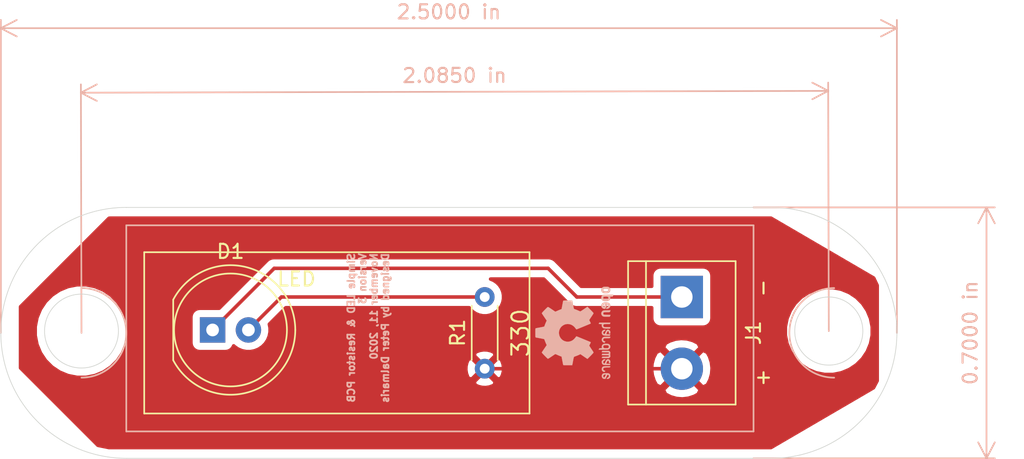
<source format=kicad_pcb>
(kicad_pcb (version 20171130) (host pcbnew "(5.1.7)-1")

  (general
    (thickness 1.6)
    (drawings 24)
    (tracks 7)
    (zones 0)
    (modules 4)
    (nets 4)
  )

  (page A4)
  (title_block
    (title "A very simple PCB")
    (date 2020-11-10)
    (rev 3)
    (company "Tech Explorations")
    (comment 1 "Design by Peter Dalmaris")
  )

  (layers
    (0 F.Cu signal)
    (31 B.Cu signal)
    (32 B.Adhes user)
    (33 F.Adhes user)
    (34 B.Paste user)
    (35 F.Paste user)
    (36 B.SilkS user)
    (37 F.SilkS user)
    (38 B.Mask user)
    (39 F.Mask user)
    (40 Dwgs.User user)
    (41 Cmts.User user)
    (42 Eco1.User user)
    (43 Eco2.User user)
    (44 Edge.Cuts user)
    (45 Margin user)
    (46 B.CrtYd user)
    (47 F.CrtYd user)
    (48 B.Fab user)
    (49 F.Fab user)
  )

  (setup
    (last_trace_width 0.25)
    (trace_clearance 0.2)
    (zone_clearance 0.508)
    (zone_45_only no)
    (trace_min 0.2)
    (via_size 0.8)
    (via_drill 0.4)
    (via_min_size 0.4)
    (via_min_drill 0.3)
    (uvia_size 0.3)
    (uvia_drill 0.1)
    (uvias_allowed no)
    (uvia_min_size 0.2)
    (uvia_min_drill 0.1)
    (edge_width 0.05)
    (segment_width 0.2)
    (pcb_text_width 0.3)
    (pcb_text_size 1.5 1.5)
    (mod_edge_width 0.12)
    (mod_text_size 1 1)
    (mod_text_width 0.15)
    (pad_size 2.5 2.5)
    (pad_drill 2.5)
    (pad_to_mask_clearance 0)
    (aux_axis_origin 0 0)
    (visible_elements 7FFFF7FF)
    (pcbplotparams
      (layerselection 0x010fc_ffffffff)
      (usegerberextensions false)
      (usegerberattributes true)
      (usegerberadvancedattributes true)
      (creategerberjobfile true)
      (excludeedgelayer true)
      (linewidth 0.100000)
      (plotframeref false)
      (viasonmask false)
      (mode 1)
      (useauxorigin false)
      (hpglpennumber 1)
      (hpglpenspeed 20)
      (hpglpendiameter 15.000000)
      (psnegative false)
      (psa4output false)
      (plotreference true)
      (plotvalue true)
      (plotinvisibletext false)
      (padsonsilk false)
      (subtractmaskfromsilk false)
      (outputformat 1)
      (mirror false)
      (drillshape 0)
      (scaleselection 1)
      (outputdirectory ""))
  )

  (net 0 "")
  (net 1 "Net-(D1-Pad2)")
  (net 2 GND)
  (net 3 +5V)

  (net_class Default "This is the default net class."
    (clearance 0.2)
    (trace_width 0.25)
    (via_dia 0.8)
    (via_drill 0.4)
    (uvia_dia 0.3)
    (uvia_drill 0.1)
    (add_net +5V)
    (add_net GND)
    (add_net "Net-(D1-Pad2)")
  )

  (module LED_THT:LED_D8.0mm (layer F.Cu) (tedit 587A3A7B) (tstamp 5FAAAE5F)
    (at 138.195001 95.045001)
    (descr "LED, diameter 8.0mm, 2 pins, http://cdn-reichelt.de/documents/datenblatt/A500/LED8MMGE_LED8MMGN_LED8MMRT%23KIN.pdf")
    (tags "LED diameter 8.0mm 2 pins")
    (path /5FA5DF59)
    (fp_text reference D1 (at 1.27 -5.56) (layer F.SilkS)
      (effects (font (size 1 1) (thickness 0.15)))
    )
    (fp_text value LED (at 1.27 5.56) (layer F.Fab)
      (effects (font (size 1 1) (thickness 0.15)))
    )
    (fp_arc (start 1.27 0) (end -2.79 2.141145) (angle -152.2) (layer F.SilkS) (width 0.12))
    (fp_arc (start 1.27 0) (end -2.79 -2.141145) (angle 152.2) (layer F.SilkS) (width 0.12))
    (fp_arc (start 1.27 0) (end -2.73 -2.061553) (angle 305.5) (layer F.Fab) (width 0.1))
    (fp_circle (center 1.27 0) (end 5.27 0) (layer F.Fab) (width 0.1))
    (fp_circle (center 1.27 0) (end 5.27 0) (layer F.SilkS) (width 0.12))
    (fp_line (start -2.73 -2.061553) (end -2.73 2.061553) (layer F.Fab) (width 0.1))
    (fp_line (start -2.79 -2.142) (end -2.79 2.142) (layer F.SilkS) (width 0.12))
    (fp_line (start -3.55 -4.85) (end -3.55 4.85) (layer F.CrtYd) (width 0.05))
    (fp_line (start -3.55 4.85) (end 6.1 4.85) (layer F.CrtYd) (width 0.05))
    (fp_line (start 6.1 4.85) (end 6.1 -4.85) (layer F.CrtYd) (width 0.05))
    (fp_line (start 6.1 -4.85) (end -3.55 -4.85) (layer F.CrtYd) (width 0.05))
    (pad 2 thru_hole circle (at 2.54 0) (size 1.8 1.8) (drill 0.9) (layers *.Cu *.Mask)
      (net 1 "Net-(D1-Pad2)"))
    (pad 1 thru_hole rect (at 0 0) (size 1.8 1.8) (drill 0.9) (layers *.Cu *.Mask)
      (net 2 GND))
    (model ${KISYS3DMOD}/LED_THT.3dshapes/LED_D8.0mm.wrl
      (at (xyz 0 0 0))
      (scale (xyz 1 1 1))
      (rotate (xyz 0 0 0))
    )
  )

  (module TerminalBlock:TerminalBlock_bornier-2_P5.08mm (layer F.Cu) (tedit 59FF03AB) (tstamp 5FAD91DB)
    (at 171.45 92.71 270)
    (descr "simple 2-pin terminal block, pitch 5.08mm, revamped version of bornier2")
    (tags "terminal block bornier2")
    (path /5FAD9418)
    (fp_text reference J1 (at 2.54 -5.08 90) (layer F.SilkS)
      (effects (font (size 1 1) (thickness 0.15)))
    )
    (fp_text value Conn_01x02_Male (at 2.54 5.08 90) (layer F.Fab)
      (effects (font (size 1 1) (thickness 0.15)))
    )
    (fp_text user %R (at 2.54 0 90) (layer F.Fab)
      (effects (font (size 1 1) (thickness 0.15)))
    )
    (fp_line (start -2.41 2.55) (end 7.49 2.55) (layer F.Fab) (width 0.1))
    (fp_line (start -2.46 -3.75) (end -2.46 3.75) (layer F.Fab) (width 0.1))
    (fp_line (start -2.46 3.75) (end 7.54 3.75) (layer F.Fab) (width 0.1))
    (fp_line (start 7.54 3.75) (end 7.54 -3.75) (layer F.Fab) (width 0.1))
    (fp_line (start 7.54 -3.75) (end -2.46 -3.75) (layer F.Fab) (width 0.1))
    (fp_line (start 7.62 2.54) (end -2.54 2.54) (layer F.SilkS) (width 0.12))
    (fp_line (start 7.62 3.81) (end 7.62 -3.81) (layer F.SilkS) (width 0.12))
    (fp_line (start 7.62 -3.81) (end -2.54 -3.81) (layer F.SilkS) (width 0.12))
    (fp_line (start -2.54 -3.81) (end -2.54 3.81) (layer F.SilkS) (width 0.12))
    (fp_line (start -2.54 3.81) (end 7.62 3.81) (layer F.SilkS) (width 0.12))
    (fp_line (start -2.71 -4) (end 7.79 -4) (layer F.CrtYd) (width 0.05))
    (fp_line (start -2.71 -4) (end -2.71 4) (layer F.CrtYd) (width 0.05))
    (fp_line (start 7.79 4) (end 7.79 -4) (layer F.CrtYd) (width 0.05))
    (fp_line (start 7.79 4) (end -2.71 4) (layer F.CrtYd) (width 0.05))
    (pad 2 thru_hole circle (at 5.08 0 270) (size 3 3) (drill 1.52) (layers *.Cu *.Mask)
      (net 3 +5V))
    (pad 1 thru_hole rect (at 0 0 270) (size 3 3) (drill 1.52) (layers *.Cu *.Mask)
      (net 2 GND))
    (model ${KISYS3DMOD}/TerminalBlock.3dshapes/TerminalBlock_bornier-2_P5.08mm.wrl
      (offset (xyz 2.539999961853027 0 0))
      (scale (xyz 1 1 1))
      (rotate (xyz 0 0 0))
    )
  )

  (module Symbol:OSHW-Logo2_7.3x6mm_SilkScreen (layer B.Cu) (tedit 0) (tstamp 5FAAC2D9)
    (at 163.83 95.25 270)
    (descr "Open Source Hardware Symbol")
    (tags "Logo Symbol OSHW")
    (attr virtual)
    (fp_text reference REF** (at 0 0 90) (layer F.SilkS) hide
      (effects (font (size 1 1) (thickness 0.15)))
    )
    (fp_text value OSHW-Logo2_7.3x6mm_SilkScreen (at 0.75 0 90) (layer F.SilkS) hide
      (effects (font (size 1 1) (thickness 0.15)))
    )
    (fp_poly (pts (xy 0.10391 2.757652) (xy 0.182454 2.757222) (xy 0.239298 2.756058) (xy 0.278105 2.753793)
      (xy 0.302538 2.75006) (xy 0.316262 2.744494) (xy 0.32294 2.736727) (xy 0.326236 2.726395)
      (xy 0.326556 2.725057) (xy 0.331562 2.700921) (xy 0.340829 2.653299) (xy 0.353392 2.587259)
      (xy 0.368287 2.507872) (xy 0.384551 2.420204) (xy 0.385119 2.417125) (xy 0.40141 2.331211)
      (xy 0.416652 2.255304) (xy 0.429861 2.193955) (xy 0.440054 2.151718) (xy 0.446248 2.133145)
      (xy 0.446543 2.132816) (xy 0.464788 2.123747) (xy 0.502405 2.108633) (xy 0.551271 2.090738)
      (xy 0.551543 2.090642) (xy 0.613093 2.067507) (xy 0.685657 2.038035) (xy 0.754057 2.008403)
      (xy 0.757294 2.006938) (xy 0.868702 1.956374) (xy 1.115399 2.12484) (xy 1.191077 2.176197)
      (xy 1.259631 2.222111) (xy 1.317088 2.25997) (xy 1.359476 2.287163) (xy 1.382825 2.301079)
      (xy 1.385042 2.302111) (xy 1.40201 2.297516) (xy 1.433701 2.275345) (xy 1.481352 2.234553)
      (xy 1.546198 2.174095) (xy 1.612397 2.109773) (xy 1.676214 2.046388) (xy 1.733329 1.988549)
      (xy 1.780305 1.939825) (xy 1.813703 1.90379) (xy 1.830085 1.884016) (xy 1.830694 1.882998)
      (xy 1.832505 1.869428) (xy 1.825683 1.847267) (xy 1.80854 1.813522) (xy 1.779393 1.7652)
      (xy 1.736555 1.699308) (xy 1.679448 1.614483) (xy 1.628766 1.539823) (xy 1.583461 1.47286)
      (xy 1.54615 1.417484) (xy 1.519452 1.37758) (xy 1.505985 1.357038) (xy 1.505137 1.355644)
      (xy 1.506781 1.335962) (xy 1.519245 1.297707) (xy 1.540048 1.248111) (xy 1.547462 1.232272)
      (xy 1.579814 1.16171) (xy 1.614328 1.081647) (xy 1.642365 1.012371) (xy 1.662568 0.960955)
      (xy 1.678615 0.921881) (xy 1.687888 0.901459) (xy 1.689041 0.899886) (xy 1.706096 0.897279)
      (xy 1.746298 0.890137) (xy 1.804302 0.879477) (xy 1.874763 0.866315) (xy 1.952335 0.851667)
      (xy 2.031672 0.836551) (xy 2.107431 0.821982) (xy 2.174264 0.808978) (xy 2.226828 0.798555)
      (xy 2.259776 0.79173) (xy 2.267857 0.789801) (xy 2.276205 0.785038) (xy 2.282506 0.774282)
      (xy 2.287045 0.753902) (xy 2.290104 0.720266) (xy 2.291967 0.669745) (xy 2.292918 0.598708)
      (xy 2.29324 0.503524) (xy 2.293257 0.464508) (xy 2.293257 0.147201) (xy 2.217057 0.132161)
      (xy 2.174663 0.124005) (xy 2.1114 0.112101) (xy 2.034962 0.097884) (xy 1.953043 0.08279)
      (xy 1.9304 0.078645) (xy 1.854806 0.063947) (xy 1.788953 0.049495) (xy 1.738366 0.036625)
      (xy 1.708574 0.026678) (xy 1.703612 0.023713) (xy 1.691426 0.002717) (xy 1.673953 -0.037967)
      (xy 1.654577 -0.090322) (xy 1.650734 -0.1016) (xy 1.625339 -0.171523) (xy 1.593817 -0.250418)
      (xy 1.562969 -0.321266) (xy 1.562817 -0.321595) (xy 1.511447 -0.432733) (xy 1.680399 -0.681253)
      (xy 1.849352 -0.929772) (xy 1.632429 -1.147058) (xy 1.566819 -1.211726) (xy 1.506979 -1.268733)
      (xy 1.456267 -1.315033) (xy 1.418046 -1.347584) (xy 1.395675 -1.363343) (xy 1.392466 -1.364343)
      (xy 1.373626 -1.356469) (xy 1.33518 -1.334578) (xy 1.28133 -1.301267) (xy 1.216276 -1.259131)
      (xy 1.14594 -1.211943) (xy 1.074555 -1.16381) (xy 1.010908 -1.121928) (xy 0.959041 -1.088871)
      (xy 0.922995 -1.067218) (xy 0.906867 -1.059543) (xy 0.887189 -1.066037) (xy 0.849875 -1.08315)
      (xy 0.802621 -1.107326) (xy 0.797612 -1.110013) (xy 0.733977 -1.141927) (xy 0.690341 -1.157579)
      (xy 0.663202 -1.157745) (xy 0.649057 -1.143204) (xy 0.648975 -1.143) (xy 0.641905 -1.125779)
      (xy 0.625042 -1.084899) (xy 0.599695 -1.023525) (xy 0.567171 -0.944819) (xy 0.528778 -0.851947)
      (xy 0.485822 -0.748072) (xy 0.444222 -0.647502) (xy 0.398504 -0.536516) (xy 0.356526 -0.433703)
      (xy 0.319548 -0.342215) (xy 0.288827 -0.265201) (xy 0.265622 -0.205815) (xy 0.25119 -0.167209)
      (xy 0.246743 -0.1528) (xy 0.257896 -0.136272) (xy 0.287069 -0.10993) (xy 0.325971 -0.080887)
      (xy 0.436757 0.010961) (xy 0.523351 0.116241) (xy 0.584716 0.232734) (xy 0.619815 0.358224)
      (xy 0.627608 0.490493) (xy 0.621943 0.551543) (xy 0.591078 0.678205) (xy 0.53792 0.790059)
      (xy 0.465767 0.885999) (xy 0.377917 0.964924) (xy 0.277665 1.02573) (xy 0.16831 1.067313)
      (xy 0.053147 1.088572) (xy -0.064525 1.088401) (xy -0.18141 1.065699) (xy -0.294211 1.019362)
      (xy -0.399631 0.948287) (xy -0.443632 0.908089) (xy -0.528021 0.804871) (xy -0.586778 0.692075)
      (xy -0.620296 0.57299) (xy -0.628965 0.450905) (xy -0.613177 0.329107) (xy -0.573322 0.210884)
      (xy -0.509793 0.099525) (xy -0.422979 -0.001684) (xy -0.325971 -0.080887) (xy -0.285563 -0.111162)
      (xy -0.257018 -0.137219) (xy -0.246743 -0.152825) (xy -0.252123 -0.169843) (xy -0.267425 -0.2105)
      (xy -0.291388 -0.271642) (xy -0.322756 -0.350119) (xy -0.360268 -0.44278) (xy -0.402667 -0.546472)
      (xy -0.444337 -0.647526) (xy -0.49031 -0.758607) (xy -0.532893 -0.861541) (xy -0.570779 -0.953165)
      (xy -0.60266 -1.030316) (xy -0.627229 -1.089831) (xy -0.64318 -1.128544) (xy -0.64909 -1.143)
      (xy -0.663052 -1.157685) (xy -0.69006 -1.157642) (xy -0.733587 -1.142099) (xy -0.79711 -1.110284)
      (xy -0.797612 -1.110013) (xy -0.84544 -1.085323) (xy -0.884103 -1.067338) (xy -0.905905 -1.059614)
      (xy -0.906867 -1.059543) (xy -0.923279 -1.067378) (xy -0.959513 -1.089165) (xy -1.011526 -1.122328)
      (xy -1.075275 -1.164291) (xy -1.14594 -1.211943) (xy -1.217884 -1.260191) (xy -1.282726 -1.302151)
      (xy -1.336265 -1.335227) (xy -1.374303 -1.356821) (xy -1.392467 -1.364343) (xy -1.409192 -1.354457)
      (xy -1.44282 -1.326826) (xy -1.48999 -1.284495) (xy -1.547342 -1.230505) (xy -1.611516 -1.167899)
      (xy -1.632503 -1.146983) (xy -1.849501 -0.929623) (xy -1.684332 -0.68722) (xy -1.634136 -0.612781)
      (xy -1.590081 -0.545972) (xy -1.554638 -0.490665) (xy -1.530281 -0.450729) (xy -1.519478 -0.430036)
      (xy -1.519162 -0.428563) (xy -1.524857 -0.409058) (xy -1.540174 -0.369822) (xy -1.562463 -0.31743)
      (xy -1.578107 -0.282355) (xy -1.607359 -0.215201) (xy -1.634906 -0.147358) (xy -1.656263 -0.090034)
      (xy -1.662065 -0.072572) (xy -1.678548 -0.025938) (xy -1.69466 0.010095) (xy -1.70351 0.023713)
      (xy -1.72304 0.032048) (xy -1.765666 0.043863) (xy -1.825855 0.057819) (xy -1.898078 0.072578)
      (xy -1.9304 0.078645) (xy -2.012478 0.093727) (xy -2.091205 0.108331) (xy -2.158891 0.12102)
      (xy -2.20784 0.130358) (xy -2.217057 0.132161) (xy -2.293257 0.147201) (xy -2.293257 0.464508)
      (xy -2.293086 0.568846) (xy -2.292384 0.647787) (xy -2.290866 0.704962) (xy -2.288251 0.744001)
      (xy -2.284254 0.768535) (xy -2.278591 0.782195) (xy -2.27098 0.788611) (xy -2.267857 0.789801)
      (xy -2.249022 0.79402) (xy -2.207412 0.802438) (xy -2.14837 0.814039) (xy -2.077243 0.827805)
      (xy -1.999375 0.84272) (xy -1.920113 0.857768) (xy -1.844802 0.871931) (xy -1.778787 0.884194)
      (xy -1.727413 0.893539) (xy -1.696025 0.89895) (xy -1.689041 0.899886) (xy -1.682715 0.912404)
      (xy -1.66871 0.945754) (xy -1.649645 0.993623) (xy -1.642366 1.012371) (xy -1.613004 1.084805)
      (xy -1.578429 1.16483) (xy -1.547463 1.232272) (xy -1.524677 1.283841) (xy -1.509518 1.326215)
      (xy -1.504458 1.352166) (xy -1.505264 1.355644) (xy -1.515959 1.372064) (xy -1.54038 1.408583)
      (xy -1.575905 1.461313) (xy -1.619913 1.526365) (xy -1.669783 1.599849) (xy -1.679644 1.614355)
      (xy -1.737508 1.700296) (xy -1.780044 1.765739) (xy -1.808946 1.813696) (xy -1.82591 1.84718)
      (xy -1.832633 1.869205) (xy -1.83081 1.882783) (xy -1.830764 1.882869) (xy -1.816414 1.900703)
      (xy -1.784677 1.935183) (xy -1.73899 1.982732) (xy -1.682796 2.039778) (xy -1.619532 2.102745)
      (xy -1.612398 2.109773) (xy -1.53267 2.18698) (xy -1.471143 2.24367) (xy -1.426579 2.28089)
      (xy -1.397743 2.299685) (xy -1.385042 2.302111) (xy -1.366506 2.291529) (xy -1.328039 2.267084)
      (xy -1.273614 2.231388) (xy -1.207202 2.187053) (xy -1.132775 2.136689) (xy -1.115399 2.12484)
      (xy -0.868703 1.956374) (xy -0.757294 2.006938) (xy -0.689543 2.036405) (xy -0.616817 2.066041)
      (xy -0.554297 2.08967) (xy -0.551543 2.090642) (xy -0.50264 2.108543) (xy -0.464943 2.12368)
      (xy -0.446575 2.13279) (xy -0.446544 2.132816) (xy -0.440715 2.149283) (xy -0.430808 2.189781)
      (xy -0.417805 2.249758) (xy -0.402691 2.32466) (xy -0.386448 2.409936) (xy -0.385119 2.417125)
      (xy -0.368825 2.504986) (xy -0.353867 2.58474) (xy -0.341209 2.651319) (xy -0.331814 2.699653)
      (xy -0.326646 2.724675) (xy -0.326556 2.725057) (xy -0.323411 2.735701) (xy -0.317296 2.743738)
      (xy -0.304547 2.749533) (xy -0.2815 2.753453) (xy -0.244491 2.755865) (xy -0.189856 2.757135)
      (xy -0.113933 2.757629) (xy -0.013056 2.757714) (xy 0 2.757714) (xy 0.10391 2.757652)) (layer B.SilkS) (width 0.01))
    (fp_poly (pts (xy 3.153595 -1.966966) (xy 3.211021 -2.004497) (xy 3.238719 -2.038096) (xy 3.260662 -2.099064)
      (xy 3.262405 -2.147308) (xy 3.258457 -2.211816) (xy 3.109686 -2.276934) (xy 3.037349 -2.310202)
      (xy 2.990084 -2.336964) (xy 2.965507 -2.360144) (xy 2.961237 -2.382667) (xy 2.974889 -2.407455)
      (xy 2.989943 -2.423886) (xy 3.033746 -2.450235) (xy 3.081389 -2.452081) (xy 3.125145 -2.431546)
      (xy 3.157289 -2.390752) (xy 3.163038 -2.376347) (xy 3.190576 -2.331356) (xy 3.222258 -2.312182)
      (xy 3.265714 -2.295779) (xy 3.265714 -2.357966) (xy 3.261872 -2.400283) (xy 3.246823 -2.435969)
      (xy 3.21528 -2.476943) (xy 3.210592 -2.482267) (xy 3.175506 -2.51872) (xy 3.145347 -2.538283)
      (xy 3.107615 -2.547283) (xy 3.076335 -2.55023) (xy 3.020385 -2.550965) (xy 2.980555 -2.54166)
      (xy 2.955708 -2.527846) (xy 2.916656 -2.497467) (xy 2.889625 -2.464613) (xy 2.872517 -2.423294)
      (xy 2.863238 -2.367521) (xy 2.859693 -2.291305) (xy 2.85941 -2.252622) (xy 2.860372 -2.206247)
      (xy 2.948007 -2.206247) (xy 2.949023 -2.231126) (xy 2.951556 -2.2352) (xy 2.968274 -2.229665)
      (xy 3.004249 -2.215017) (xy 3.052331 -2.19419) (xy 3.062386 -2.189714) (xy 3.123152 -2.158814)
      (xy 3.156632 -2.131657) (xy 3.16399 -2.10622) (xy 3.146391 -2.080481) (xy 3.131856 -2.069109)
      (xy 3.07941 -2.046364) (xy 3.030322 -2.050122) (xy 2.989227 -2.077884) (xy 2.960758 -2.127152)
      (xy 2.951631 -2.166257) (xy 2.948007 -2.206247) (xy 2.860372 -2.206247) (xy 2.861285 -2.162249)
      (xy 2.868196 -2.095384) (xy 2.881884 -2.046695) (xy 2.904096 -2.010849) (xy 2.936574 -1.982513)
      (xy 2.950733 -1.973355) (xy 3.015053 -1.949507) (xy 3.085473 -1.948006) (xy 3.153595 -1.966966)) (layer B.SilkS) (width 0.01))
    (fp_poly (pts (xy 2.6526 -1.958752) (xy 2.669948 -1.966334) (xy 2.711356 -1.999128) (xy 2.746765 -2.046547)
      (xy 2.768664 -2.097151) (xy 2.772229 -2.122098) (xy 2.760279 -2.156927) (xy 2.734067 -2.175357)
      (xy 2.705964 -2.186516) (xy 2.693095 -2.188572) (xy 2.686829 -2.173649) (xy 2.674456 -2.141175)
      (xy 2.669028 -2.126502) (xy 2.63859 -2.075744) (xy 2.59452 -2.050427) (xy 2.53801 -2.051206)
      (xy 2.533825 -2.052203) (xy 2.503655 -2.066507) (xy 2.481476 -2.094393) (xy 2.466327 -2.139287)
      (xy 2.45725 -2.204615) (xy 2.453286 -2.293804) (xy 2.452914 -2.341261) (xy 2.45273 -2.416071)
      (xy 2.451522 -2.467069) (xy 2.448309 -2.499471) (xy 2.442109 -2.518495) (xy 2.43194 -2.529356)
      (xy 2.416819 -2.537272) (xy 2.415946 -2.53767) (xy 2.386828 -2.549981) (xy 2.372403 -2.554514)
      (xy 2.370186 -2.540809) (xy 2.368289 -2.502925) (xy 2.366847 -2.445715) (xy 2.365998 -2.374027)
      (xy 2.365829 -2.321565) (xy 2.366692 -2.220047) (xy 2.37007 -2.143032) (xy 2.377142 -2.086023)
      (xy 2.389088 -2.044526) (xy 2.40709 -2.014043) (xy 2.432327 -1.99008) (xy 2.457247 -1.973355)
      (xy 2.517171 -1.951097) (xy 2.586911 -1.946076) (xy 2.6526 -1.958752)) (layer B.SilkS) (width 0.01))
    (fp_poly (pts (xy 2.144876 -1.956335) (xy 2.186667 -1.975344) (xy 2.219469 -1.998378) (xy 2.243503 -2.024133)
      (xy 2.260097 -2.057358) (xy 2.270577 -2.1028) (xy 2.276271 -2.165207) (xy 2.278507 -2.249327)
      (xy 2.278743 -2.304721) (xy 2.278743 -2.520826) (xy 2.241774 -2.53767) (xy 2.212656 -2.549981)
      (xy 2.198231 -2.554514) (xy 2.195472 -2.541025) (xy 2.193282 -2.504653) (xy 2.191942 -2.451542)
      (xy 2.191657 -2.409372) (xy 2.190434 -2.348447) (xy 2.187136 -2.300115) (xy 2.182321 -2.270518)
      (xy 2.178496 -2.264229) (xy 2.152783 -2.270652) (xy 2.112418 -2.287125) (xy 2.065679 -2.309458)
      (xy 2.020845 -2.333457) (xy 1.986193 -2.35493) (xy 1.970002 -2.369685) (xy 1.969938 -2.369845)
      (xy 1.97133 -2.397152) (xy 1.983818 -2.423219) (xy 2.005743 -2.444392) (xy 2.037743 -2.451474)
      (xy 2.065092 -2.450649) (xy 2.103826 -2.450042) (xy 2.124158 -2.459116) (xy 2.136369 -2.483092)
      (xy 2.137909 -2.487613) (xy 2.143203 -2.521806) (xy 2.129047 -2.542568) (xy 2.092148 -2.552462)
      (xy 2.052289 -2.554292) (xy 1.980562 -2.540727) (xy 1.943432 -2.521355) (xy 1.897576 -2.475845)
      (xy 1.873256 -2.419983) (xy 1.871073 -2.360957) (xy 1.891629 -2.305953) (xy 1.922549 -2.271486)
      (xy 1.95342 -2.252189) (xy 2.001942 -2.227759) (xy 2.058485 -2.202985) (xy 2.06791 -2.199199)
      (xy 2.130019 -2.171791) (xy 2.165822 -2.147634) (xy 2.177337 -2.123619) (xy 2.16658 -2.096635)
      (xy 2.148114 -2.075543) (xy 2.104469 -2.049572) (xy 2.056446 -2.047624) (xy 2.012406 -2.067637)
      (xy 1.980709 -2.107551) (xy 1.976549 -2.117848) (xy 1.952327 -2.155724) (xy 1.916965 -2.183842)
      (xy 1.872343 -2.206917) (xy 1.872343 -2.141485) (xy 1.874969 -2.101506) (xy 1.88623 -2.069997)
      (xy 1.911199 -2.036378) (xy 1.935169 -2.010484) (xy 1.972441 -1.973817) (xy 2.001401 -1.954121)
      (xy 2.032505 -1.94622) (xy 2.067713 -1.944914) (xy 2.144876 -1.956335)) (layer B.SilkS) (width 0.01))
    (fp_poly (pts (xy 1.779833 -1.958663) (xy 1.782048 -1.99685) (xy 1.783784 -2.054886) (xy 1.784899 -2.12818)
      (xy 1.785257 -2.205055) (xy 1.785257 -2.465196) (xy 1.739326 -2.511127) (xy 1.707675 -2.539429)
      (xy 1.67989 -2.550893) (xy 1.641915 -2.550168) (xy 1.62684 -2.548321) (xy 1.579726 -2.542948)
      (xy 1.540756 -2.539869) (xy 1.531257 -2.539585) (xy 1.499233 -2.541445) (xy 1.453432 -2.546114)
      (xy 1.435674 -2.548321) (xy 1.392057 -2.551735) (xy 1.362745 -2.54432) (xy 1.33368 -2.521427)
      (xy 1.323188 -2.511127) (xy 1.277257 -2.465196) (xy 1.277257 -1.978602) (xy 1.314226 -1.961758)
      (xy 1.346059 -1.949282) (xy 1.364683 -1.944914) (xy 1.369458 -1.958718) (xy 1.373921 -1.997286)
      (xy 1.377775 -2.056356) (xy 1.380722 -2.131663) (xy 1.382143 -2.195286) (xy 1.386114 -2.445657)
      (xy 1.420759 -2.450556) (xy 1.452268 -2.447131) (xy 1.467708 -2.436041) (xy 1.472023 -2.415308)
      (xy 1.475708 -2.371145) (xy 1.478469 -2.309146) (xy 1.480012 -2.234909) (xy 1.480235 -2.196706)
      (xy 1.480457 -1.976783) (xy 1.526166 -1.960849) (xy 1.558518 -1.950015) (xy 1.576115 -1.944962)
      (xy 1.576623 -1.944914) (xy 1.578388 -1.958648) (xy 1.580329 -1.99673) (xy 1.582282 -2.054482)
      (xy 1.584084 -2.127227) (xy 1.585343 -2.195286) (xy 1.589314 -2.445657) (xy 1.6764 -2.445657)
      (xy 1.680396 -2.21724) (xy 1.684392 -1.988822) (xy 1.726847 -1.966868) (xy 1.758192 -1.951793)
      (xy 1.776744 -1.944951) (xy 1.777279 -1.944914) (xy 1.779833 -1.958663)) (layer B.SilkS) (width 0.01))
    (fp_poly (pts (xy 1.190117 -2.065358) (xy 1.189933 -2.173837) (xy 1.189219 -2.257287) (xy 1.187675 -2.319704)
      (xy 1.185001 -2.365085) (xy 1.180894 -2.397429) (xy 1.175055 -2.420733) (xy 1.167182 -2.438995)
      (xy 1.161221 -2.449418) (xy 1.111855 -2.505945) (xy 1.049264 -2.541377) (xy 0.980013 -2.55409)
      (xy 0.910668 -2.542463) (xy 0.869375 -2.521568) (xy 0.826025 -2.485422) (xy 0.796481 -2.441276)
      (xy 0.778655 -2.383462) (xy 0.770463 -2.306313) (xy 0.769302 -2.249714) (xy 0.769458 -2.245647)
      (xy 0.870857 -2.245647) (xy 0.871476 -2.31055) (xy 0.874314 -2.353514) (xy 0.88084 -2.381622)
      (xy 0.892523 -2.401953) (xy 0.906483 -2.417288) (xy 0.953365 -2.44689) (xy 1.003701 -2.449419)
      (xy 1.051276 -2.424705) (xy 1.054979 -2.421356) (xy 1.070783 -2.403935) (xy 1.080693 -2.383209)
      (xy 1.086058 -2.352362) (xy 1.088228 -2.304577) (xy 1.088571 -2.251748) (xy 1.087827 -2.185381)
      (xy 1.084748 -2.141106) (xy 1.078061 -2.112009) (xy 1.066496 -2.091173) (xy 1.057013 -2.080107)
      (xy 1.01296 -2.052198) (xy 0.962224 -2.048843) (xy 0.913796 -2.070159) (xy 0.90445 -2.078073)
      (xy 0.88854 -2.095647) (xy 0.87861 -2.116587) (xy 0.873278 -2.147782) (xy 0.871163 -2.196122)
      (xy 0.870857 -2.245647) (xy 0.769458 -2.245647) (xy 0.77281 -2.158568) (xy 0.784726 -2.090086)
      (xy 0.807135 -2.0386) (xy 0.842124 -1.998443) (xy 0.869375 -1.977861) (xy 0.918907 -1.955625)
      (xy 0.976316 -1.945304) (xy 1.029682 -1.948067) (xy 1.059543 -1.959212) (xy 1.071261 -1.962383)
      (xy 1.079037 -1.950557) (xy 1.084465 -1.918866) (xy 1.088571 -1.870593) (xy 1.093067 -1.816829)
      (xy 1.099313 -1.784482) (xy 1.110676 -1.765985) (xy 1.130528 -1.75377) (xy 1.143 -1.748362)
      (xy 1.190171 -1.728601) (xy 1.190117 -2.065358)) (layer B.SilkS) (width 0.01))
    (fp_poly (pts (xy 0.529926 -1.949755) (xy 0.595858 -1.974084) (xy 0.649273 -2.017117) (xy 0.670164 -2.047409)
      (xy 0.692939 -2.102994) (xy 0.692466 -2.143186) (xy 0.668562 -2.170217) (xy 0.659717 -2.174813)
      (xy 0.62153 -2.189144) (xy 0.602028 -2.185472) (xy 0.595422 -2.161407) (xy 0.595086 -2.148114)
      (xy 0.582992 -2.09921) (xy 0.551471 -2.064999) (xy 0.507659 -2.048476) (xy 0.458695 -2.052634)
      (xy 0.418894 -2.074227) (xy 0.40545 -2.086544) (xy 0.395921 -2.101487) (xy 0.389485 -2.124075)
      (xy 0.385317 -2.159328) (xy 0.382597 -2.212266) (xy 0.380502 -2.287907) (xy 0.37996 -2.311857)
      (xy 0.377981 -2.39379) (xy 0.375731 -2.451455) (xy 0.372357 -2.489608) (xy 0.367006 -2.513004)
      (xy 0.358824 -2.526398) (xy 0.346959 -2.534545) (xy 0.339362 -2.538144) (xy 0.307102 -2.550452)
      (xy 0.288111 -2.554514) (xy 0.281836 -2.540948) (xy 0.278006 -2.499934) (xy 0.2766 -2.430999)
      (xy 0.277598 -2.333669) (xy 0.277908 -2.318657) (xy 0.280101 -2.229859) (xy 0.282693 -2.165019)
      (xy 0.286382 -2.119067) (xy 0.291864 -2.086935) (xy 0.299835 -2.063553) (xy 0.310993 -2.043852)
      (xy 0.31683 -2.03541) (xy 0.350296 -1.998057) (xy 0.387727 -1.969003) (xy 0.392309 -1.966467)
      (xy 0.459426 -1.946443) (xy 0.529926 -1.949755)) (layer B.SilkS) (width 0.01))
    (fp_poly (pts (xy 0.039744 -1.950968) (xy 0.096616 -1.972087) (xy 0.097267 -1.972493) (xy 0.13244 -1.99838)
      (xy 0.158407 -2.028633) (xy 0.17667 -2.068058) (xy 0.188732 -2.121462) (xy 0.196096 -2.193651)
      (xy 0.200264 -2.289432) (xy 0.200629 -2.303078) (xy 0.205876 -2.508842) (xy 0.161716 -2.531678)
      (xy 0.129763 -2.54711) (xy 0.11047 -2.554423) (xy 0.109578 -2.554514) (xy 0.106239 -2.541022)
      (xy 0.103587 -2.504626) (xy 0.101956 -2.451452) (xy 0.1016 -2.408393) (xy 0.101592 -2.338641)
      (xy 0.098403 -2.294837) (xy 0.087288 -2.273944) (xy 0.063501 -2.272925) (xy 0.022296 -2.288741)
      (xy -0.039914 -2.317815) (xy -0.085659 -2.341963) (xy -0.109187 -2.362913) (xy -0.116104 -2.385747)
      (xy -0.116114 -2.386877) (xy -0.104701 -2.426212) (xy -0.070908 -2.447462) (xy -0.019191 -2.450539)
      (xy 0.018061 -2.450006) (xy 0.037703 -2.460735) (xy 0.049952 -2.486505) (xy 0.057002 -2.519337)
      (xy 0.046842 -2.537966) (xy 0.043017 -2.540632) (xy 0.007001 -2.55134) (xy -0.043434 -2.552856)
      (xy -0.095374 -2.545759) (xy -0.132178 -2.532788) (xy -0.183062 -2.489585) (xy -0.211986 -2.429446)
      (xy -0.217714 -2.382462) (xy -0.213343 -2.340082) (xy -0.197525 -2.305488) (xy -0.166203 -2.274763)
      (xy -0.115322 -2.24399) (xy -0.040824 -2.209252) (xy -0.036286 -2.207288) (xy 0.030821 -2.176287)
      (xy 0.072232 -2.150862) (xy 0.089981 -2.128014) (xy 0.086107 -2.104745) (xy 0.062643 -2.078056)
      (xy 0.055627 -2.071914) (xy 0.00863 -2.0481) (xy -0.040067 -2.049103) (xy -0.082478 -2.072451)
      (xy -0.110616 -2.115675) (xy -0.113231 -2.12416) (xy -0.138692 -2.165308) (xy -0.170999 -2.185128)
      (xy -0.217714 -2.20477) (xy -0.217714 -2.15395) (xy -0.203504 -2.080082) (xy -0.161325 -2.012327)
      (xy -0.139376 -1.989661) (xy -0.089483 -1.960569) (xy -0.026033 -1.9474) (xy 0.039744 -1.950968)) (layer B.SilkS) (width 0.01))
    (fp_poly (pts (xy -0.624114 -1.851289) (xy -0.619861 -1.910613) (xy -0.614975 -1.945572) (xy -0.608205 -1.96082)
      (xy -0.598298 -1.961015) (xy -0.595086 -1.959195) (xy -0.552356 -1.946015) (xy -0.496773 -1.946785)
      (xy -0.440263 -1.960333) (xy -0.404918 -1.977861) (xy -0.368679 -2.005861) (xy -0.342187 -2.037549)
      (xy -0.324001 -2.077813) (xy -0.312678 -2.131543) (xy -0.306778 -2.203626) (xy -0.304857 -2.298951)
      (xy -0.304823 -2.317237) (xy -0.3048 -2.522646) (xy -0.350509 -2.53858) (xy -0.382973 -2.54942)
      (xy -0.400785 -2.554468) (xy -0.401309 -2.554514) (xy -0.403063 -2.540828) (xy -0.404556 -2.503076)
      (xy -0.405674 -2.446224) (xy -0.406303 -2.375234) (xy -0.4064 -2.332073) (xy -0.406602 -2.246973)
      (xy -0.407642 -2.185981) (xy -0.410169 -2.144177) (xy -0.414836 -2.116642) (xy -0.422293 -2.098456)
      (xy -0.433189 -2.084698) (xy -0.439993 -2.078073) (xy -0.486728 -2.051375) (xy -0.537728 -2.049375)
      (xy -0.583999 -2.071955) (xy -0.592556 -2.080107) (xy -0.605107 -2.095436) (xy -0.613812 -2.113618)
      (xy -0.619369 -2.139909) (xy -0.622474 -2.179562) (xy -0.623824 -2.237832) (xy -0.624114 -2.318173)
      (xy -0.624114 -2.522646) (xy -0.669823 -2.53858) (xy -0.702287 -2.54942) (xy -0.720099 -2.554468)
      (xy -0.720623 -2.554514) (xy -0.721963 -2.540623) (xy -0.723172 -2.501439) (xy -0.724199 -2.4407)
      (xy -0.724998 -2.362141) (xy -0.725519 -2.269498) (xy -0.725714 -2.166509) (xy -0.725714 -1.769342)
      (xy -0.678543 -1.749444) (xy -0.631371 -1.729547) (xy -0.624114 -1.851289)) (layer B.SilkS) (width 0.01))
    (fp_poly (pts (xy -1.831697 -1.931239) (xy -1.774473 -1.969735) (xy -1.730251 -2.025335) (xy -1.703833 -2.096086)
      (xy -1.69849 -2.148162) (xy -1.699097 -2.169893) (xy -1.704178 -2.186531) (xy -1.718145 -2.201437)
      (xy -1.745411 -2.217973) (xy -1.790388 -2.239498) (xy -1.857489 -2.269374) (xy -1.857829 -2.269524)
      (xy -1.919593 -2.297813) (xy -1.970241 -2.322933) (xy -2.004596 -2.342179) (xy -2.017482 -2.352848)
      (xy -2.017486 -2.352934) (xy -2.006128 -2.376166) (xy -1.979569 -2.401774) (xy -1.949077 -2.420221)
      (xy -1.93363 -2.423886) (xy -1.891485 -2.411212) (xy -1.855192 -2.379471) (xy -1.837483 -2.344572)
      (xy -1.820448 -2.318845) (xy -1.787078 -2.289546) (xy -1.747851 -2.264235) (xy -1.713244 -2.250471)
      (xy -1.706007 -2.249714) (xy -1.697861 -2.26216) (xy -1.69737 -2.293972) (xy -1.703357 -2.336866)
      (xy -1.714643 -2.382558) (xy -1.73005 -2.422761) (xy -1.730829 -2.424322) (xy -1.777196 -2.489062)
      (xy -1.837289 -2.533097) (xy -1.905535 -2.554711) (xy -1.976362 -2.552185) (xy -2.044196 -2.523804)
      (xy -2.047212 -2.521808) (xy -2.100573 -2.473448) (xy -2.13566 -2.410352) (xy -2.155078 -2.327387)
      (xy -2.157684 -2.304078) (xy -2.162299 -2.194055) (xy -2.156767 -2.142748) (xy -2.017486 -2.142748)
      (xy -2.015676 -2.174753) (xy -2.005778 -2.184093) (xy -1.981102 -2.177105) (xy -1.942205 -2.160587)
      (xy -1.898725 -2.139881) (xy -1.897644 -2.139333) (xy -1.860791 -2.119949) (xy -1.846 -2.107013)
      (xy -1.849647 -2.093451) (xy -1.865005 -2.075632) (xy -1.904077 -2.049845) (xy -1.946154 -2.04795)
      (xy -1.983897 -2.066717) (xy -2.009966 -2.102915) (xy -2.017486 -2.142748) (xy -2.156767 -2.142748)
      (xy -2.152806 -2.106027) (xy -2.12845 -2.036212) (xy -2.094544 -1.987302) (xy -2.033347 -1.937878)
      (xy -1.965937 -1.913359) (xy -1.89712 -1.911797) (xy -1.831697 -1.931239)) (layer B.SilkS) (width 0.01))
    (fp_poly (pts (xy -2.958885 -1.921962) (xy -2.890855 -1.957733) (xy -2.840649 -2.015301) (xy -2.822815 -2.052312)
      (xy -2.808937 -2.107882) (xy -2.801833 -2.178096) (xy -2.80116 -2.254727) (xy -2.806573 -2.329552)
      (xy -2.81773 -2.394342) (xy -2.834286 -2.440873) (xy -2.839374 -2.448887) (xy -2.899645 -2.508707)
      (xy -2.971231 -2.544535) (xy -3.048908 -2.55502) (xy -3.127452 -2.53881) (xy -3.149311 -2.529092)
      (xy -3.191878 -2.499143) (xy -3.229237 -2.459433) (xy -3.232768 -2.454397) (xy -3.247119 -2.430124)
      (xy -3.256606 -2.404178) (xy -3.26221 -2.370022) (xy -3.264914 -2.321119) (xy -3.265701 -2.250935)
      (xy -3.265714 -2.2352) (xy -3.265678 -2.230192) (xy -3.120571 -2.230192) (xy -3.119727 -2.29643)
      (xy -3.116404 -2.340386) (xy -3.109417 -2.368779) (xy -3.097584 -2.388325) (xy -3.091543 -2.394857)
      (xy -3.056814 -2.41968) (xy -3.023097 -2.418548) (xy -2.989005 -2.397016) (xy -2.968671 -2.374029)
      (xy -2.956629 -2.340478) (xy -2.949866 -2.287569) (xy -2.949402 -2.281399) (xy -2.948248 -2.185513)
      (xy -2.960312 -2.114299) (xy -2.98543 -2.068194) (xy -3.02344 -2.047635) (xy -3.037008 -2.046514)
      (xy -3.072636 -2.052152) (xy -3.097006 -2.071686) (xy -3.111907 -2.109042) (xy -3.119125 -2.16815)
      (xy -3.120571 -2.230192) (xy -3.265678 -2.230192) (xy -3.265174 -2.160413) (xy -3.262904 -2.108159)
      (xy -3.257932 -2.071949) (xy -3.249287 -2.045299) (xy -3.235995 -2.021722) (xy -3.233057 -2.017338)
      (xy -3.183687 -1.958249) (xy -3.129891 -1.923947) (xy -3.064398 -1.910331) (xy -3.042158 -1.909665)
      (xy -2.958885 -1.921962)) (layer B.SilkS) (width 0.01))
    (fp_poly (pts (xy -1.283907 -1.92778) (xy -1.237328 -1.954723) (xy -1.204943 -1.981466) (xy -1.181258 -2.009484)
      (xy -1.164941 -2.043748) (xy -1.154661 -2.089227) (xy -1.149086 -2.150892) (xy -1.146884 -2.233711)
      (xy -1.146629 -2.293246) (xy -1.146629 -2.512391) (xy -1.208314 -2.540044) (xy -1.27 -2.567697)
      (xy -1.277257 -2.32767) (xy -1.280256 -2.238028) (xy -1.283402 -2.172962) (xy -1.287299 -2.128026)
      (xy -1.292553 -2.09877) (xy -1.299769 -2.080748) (xy -1.30955 -2.069511) (xy -1.312688 -2.067079)
      (xy -1.360239 -2.048083) (xy -1.408303 -2.0556) (xy -1.436914 -2.075543) (xy -1.448553 -2.089675)
      (xy -1.456609 -2.10822) (xy -1.461729 -2.136334) (xy -1.464559 -2.179173) (xy -1.465744 -2.241895)
      (xy -1.465943 -2.307261) (xy -1.465982 -2.389268) (xy -1.467386 -2.447316) (xy -1.472086 -2.486465)
      (xy -1.482013 -2.51178) (xy -1.499097 -2.528323) (xy -1.525268 -2.541156) (xy -1.560225 -2.554491)
      (xy -1.598404 -2.569007) (xy -1.593859 -2.311389) (xy -1.592029 -2.218519) (xy -1.589888 -2.149889)
      (xy -1.586819 -2.100711) (xy -1.582206 -2.066198) (xy -1.575432 -2.041562) (xy -1.565881 -2.022016)
      (xy -1.554366 -2.00477) (xy -1.49881 -1.94968) (xy -1.43102 -1.917822) (xy -1.357287 -1.910191)
      (xy -1.283907 -1.92778)) (layer B.SilkS) (width 0.01))
    (fp_poly (pts (xy -2.400256 -1.919918) (xy -2.344799 -1.947568) (xy -2.295852 -1.99848) (xy -2.282371 -2.017338)
      (xy -2.267686 -2.042015) (xy -2.258158 -2.068816) (xy -2.252707 -2.104587) (xy -2.250253 -2.156169)
      (xy -2.249714 -2.224267) (xy -2.252148 -2.317588) (xy -2.260606 -2.387657) (xy -2.276826 -2.439931)
      (xy -2.302546 -2.479869) (xy -2.339503 -2.512929) (xy -2.342218 -2.514886) (xy -2.37864 -2.534908)
      (xy -2.422498 -2.544815) (xy -2.478276 -2.547257) (xy -2.568952 -2.547257) (xy -2.56899 -2.635283)
      (xy -2.569834 -2.684308) (xy -2.574976 -2.713065) (xy -2.588413 -2.730311) (xy -2.614142 -2.744808)
      (xy -2.620321 -2.747769) (xy -2.649236 -2.761648) (xy -2.671624 -2.770414) (xy -2.688271 -2.771171)
      (xy -2.699964 -2.761023) (xy -2.70749 -2.737073) (xy -2.711634 -2.696426) (xy -2.713185 -2.636186)
      (xy -2.712929 -2.553455) (xy -2.711651 -2.445339) (xy -2.711252 -2.413) (xy -2.709815 -2.301524)
      (xy -2.708528 -2.228603) (xy -2.569029 -2.228603) (xy -2.568245 -2.290499) (xy -2.56476 -2.330997)
      (xy -2.556876 -2.357708) (xy -2.542895 -2.378244) (xy -2.533403 -2.38826) (xy -2.494596 -2.417567)
      (xy -2.460237 -2.419952) (xy -2.424784 -2.39575) (xy -2.423886 -2.394857) (xy -2.409461 -2.376153)
      (xy -2.400687 -2.350732) (xy -2.396261 -2.311584) (xy -2.394882 -2.251697) (xy -2.394857 -2.23843)
      (xy -2.398188 -2.155901) (xy -2.409031 -2.098691) (xy -2.42866 -2.063766) (xy -2.45835 -2.048094)
      (xy -2.475509 -2.046514) (xy -2.516234 -2.053926) (xy -2.544168 -2.07833) (xy -2.560983 -2.12298)
      (xy -2.56835 -2.19113) (xy -2.569029 -2.228603) (xy -2.708528 -2.228603) (xy -2.708292 -2.215245)
      (xy -2.706323 -2.150333) (xy -2.70355 -2.102958) (xy -2.699612 -2.06929) (xy -2.694151 -2.045498)
      (xy -2.686808 -2.027753) (xy -2.677223 -2.012224) (xy -2.673113 -2.006381) (xy -2.618595 -1.951185)
      (xy -2.549664 -1.91989) (xy -2.469928 -1.911165) (xy -2.400256 -1.919918)) (layer B.SilkS) (width 0.01))
  )

  (module Resistor_THT:R_Axial_DIN0204_L3.6mm_D1.6mm_P5.08mm_Horizontal (layer F.Cu) (tedit 5AE5139B) (tstamp 5FAAAE91)
    (at 157.48 97.79 90)
    (descr "Resistor, Axial_DIN0204 series, Axial, Horizontal, pin pitch=5.08mm, 0.167W, length*diameter=3.6*1.6mm^2, http://cdn-reichelt.de/documents/datenblatt/B400/1_4W%23YAG.pdf")
    (tags "Resistor Axial_DIN0204 series Axial Horizontal pin pitch 5.08mm 0.167W length 3.6mm diameter 1.6mm")
    (path /5FA638AA)
    (fp_text reference R1 (at 2.54 -1.92 90) (layer F.SilkS)
      (effects (font (size 1 1) (thickness 0.15)))
    )
    (fp_text value R (at 2.54 1.92 90) (layer F.Fab)
      (effects (font (size 1 1) (thickness 0.15)))
    )
    (fp_line (start 0.74 -0.8) (end 0.74 0.8) (layer F.Fab) (width 0.1))
    (fp_line (start 0.74 0.8) (end 4.34 0.8) (layer F.Fab) (width 0.1))
    (fp_line (start 4.34 0.8) (end 4.34 -0.8) (layer F.Fab) (width 0.1))
    (fp_line (start 4.34 -0.8) (end 0.74 -0.8) (layer F.Fab) (width 0.1))
    (fp_line (start 0 0) (end 0.74 0) (layer F.Fab) (width 0.1))
    (fp_line (start 5.08 0) (end 4.34 0) (layer F.Fab) (width 0.1))
    (fp_line (start 0.62 -0.92) (end 4.46 -0.92) (layer F.SilkS) (width 0.12))
    (fp_line (start 0.62 0.92) (end 4.46 0.92) (layer F.SilkS) (width 0.12))
    (fp_line (start -0.95 -1.05) (end -0.95 1.05) (layer F.CrtYd) (width 0.05))
    (fp_line (start -0.95 1.05) (end 6.03 1.05) (layer F.CrtYd) (width 0.05))
    (fp_line (start 6.03 1.05) (end 6.03 -1.05) (layer F.CrtYd) (width 0.05))
    (fp_line (start 6.03 -1.05) (end -0.95 -1.05) (layer F.CrtYd) (width 0.05))
    (fp_text user %R (at 2.54 0 90) (layer F.Fab)
      (effects (font (size 0.72 0.72) (thickness 0.108)))
    )
    (pad 1 thru_hole circle (at 0 0 90) (size 1.4 1.4) (drill 0.7) (layers *.Cu *.Mask)
      (net 3 +5V))
    (pad 2 thru_hole oval (at 5.08 0 90) (size 1.4 1.4) (drill 0.7) (layers *.Cu *.Mask)
      (net 1 "Net-(D1-Pad2)"))
    (model ${KISYS3DMOD}/Resistor_THT.3dshapes/R_Axial_DIN0204_L3.6mm_D1.6mm_P5.08mm_Horizontal.wrl
      (at (xyz 0 0 0))
      (scale (xyz 1 1 1))
      (rotate (xyz 0 0 0))
    )
  )

  (dimension 63.5 (width 0.12) (layer B.SilkS)
    (gr_text "63.500 mm" (at 154.94 72.39) (layer B.SilkS)
      (effects (font (size 1 1) (thickness 0.15)))
    )
    (feature1 (pts (xy 186.69 95.25) (xy 186.69 73.073579)))
    (feature2 (pts (xy 123.19 95.25) (xy 123.19 73.073579)))
    (crossbar (pts (xy 123.19 73.66) (xy 186.69 73.66)))
    (arrow1a (pts (xy 186.69 73.66) (xy 185.563496 74.246421)))
    (arrow1b (pts (xy 186.69 73.66) (xy 185.563496 73.073579)))
    (arrow2a (pts (xy 123.19 73.66) (xy 124.316504 74.246421)))
    (arrow2b (pts (xy 123.19 73.66) (xy 124.316504 73.073579)))
  )
  (dimension 17.78 (width 0.12) (layer B.SilkS)
    (gr_text "17.780 mm" (at 194.31 95.25 270) (layer B.SilkS)
      (effects (font (size 1 1) (thickness 0.15)))
    )
    (feature1 (pts (xy 176.53 104.14) (xy 193.626421 104.14)))
    (feature2 (pts (xy 176.53 86.36) (xy 193.626421 86.36)))
    (crossbar (pts (xy 193.04 86.36) (xy 193.04 104.14)))
    (arrow1a (pts (xy 193.04 104.14) (xy 192.453579 103.013496)))
    (arrow1b (pts (xy 193.04 104.14) (xy 193.626421 103.013496)))
    (arrow2a (pts (xy 193.04 86.36) (xy 192.453579 87.486504)))
    (arrow2b (pts (xy 193.04 86.36) (xy 193.626421 87.486504)))
  )
  (dimension 52.959152 (width 0.12) (layer B.SilkS)
    (gr_text "52.959 mm" (at 155.340639 76.896471 0.1373996875) (layer B.SilkS)
      (effects (font (size 1 1) (thickness 0.15)))
    )
    (feature1 (pts (xy 181.864 95.123) (xy 181.821778 77.516548)))
    (feature2 (pts (xy 128.905 95.25) (xy 128.862778 77.643548)))
    (crossbar (pts (xy 128.864185 78.229967) (xy 181.823185 78.102967)))
    (arrow1a (pts (xy 181.823185 78.102967) (xy 180.698091 78.692087)))
    (arrow1b (pts (xy 181.823185 78.102967) (xy 180.695278 77.519249)))
    (arrow2a (pts (xy 128.864185 78.229967) (xy 129.992092 78.813685)))
    (arrow2b (pts (xy 128.864185 78.229967) (xy 129.989279 77.640847)))
  )
  (gr_text "Simple LED & Resistor PCB\nVersion 3\nNovember 11, 2020\nDesigned by Peter Dalmaris" (at 149.225 89.535 90) (layer B.SilkS)
    (effects (font (size 0.5 0.5) (thickness 0.125)) (justify left mirror))
  )
  (gr_text + (at 177.165 98.425 90) (layer F.SilkS) (tstamp 5FAC66D2)
    (effects (font (size 1 1) (thickness 0.15)))
  )
  (gr_text - (at 177.165 92.075 90) (layer F.SilkS)
    (effects (font (size 1 1) (thickness 0.15)))
  )
  (gr_text 330 (at 160.02 95.25 90) (layer F.SilkS)
    (effects (font (size 1.2 1.2) (thickness 0.15)))
  )
  (gr_text LED (at 144.145 91.44) (layer F.SilkS)
    (effects (font (size 1 1) (thickness 0.15)))
  )
  (gr_arc (start 182.245 95.25) (end 182.245 92.075) (angle -180) (layer B.SilkS) (width 0.12))
  (gr_arc (start 128.905 95.25) (end 128.905 98.425) (angle -180) (layer B.SilkS) (width 0.12))
  (gr_line (start 176.53 87.63) (end 132.08 87.63) (layer B.SilkS) (width 0.12) (tstamp 5FAAC04F))
  (gr_line (start 176.53 102.235) (end 176.53 87.63) (layer B.SilkS) (width 0.12))
  (gr_line (start 132.08 102.235) (end 176.53 102.235) (layer B.SilkS) (width 0.12))
  (gr_line (start 132.08 87.63) (end 132.08 102.235) (layer B.SilkS) (width 0.12))
  (gr_line (start 133.35 100.965) (end 133.35 89.535) (layer F.SilkS) (width 0.12) (tstamp 5FAAC02B))
  (gr_line (start 160.655 100.965) (end 133.35 100.965) (layer F.SilkS) (width 0.12))
  (gr_line (start 160.655 89.535) (end 160.655 100.965) (layer F.SilkS) (width 0.12))
  (gr_line (start 133.35 89.535) (end 160.655 89.535) (layer F.SilkS) (width 0.12))
  (gr_circle (center 128.905 95.123) (end 127.254 93.091) (layer Edge.Cuts) (width 0.05))
  (gr_circle (center 181.864 95.123) (end 181.864 92.71) (layer Edge.Cuts) (width 0.05))
  (gr_arc (start 132.08 95.25) (end 132.08 86.36) (angle -180) (layer Edge.Cuts) (width 0.05))
  (gr_arc (start 177.8 95.25) (end 177.8 104.14) (angle -180) (layer Edge.Cuts) (width 0.05))
  (gr_line (start 177.8 104.14) (end 132.08 104.14) (layer Edge.Cuts) (width 0.05))
  (gr_line (start 132.08 86.36) (end 177.8 86.36) (layer Edge.Cuts) (width 0.05))

  (segment (start 164.0078 92.71) (end 161.9758 90.678) (width 0.25) (layer F.Cu) (net 2) (tstamp 5FAABDE0))
  (segment (start 161.9758 90.678) (end 142.562002 90.678) (width 0.25) (layer F.Cu) (net 2) (tstamp 5FAABDE7))
  (segment (start 171.45 92.71) (end 164.0078 92.71) (width 0.25) (layer F.Cu) (net 2) (status 400010))
  (segment (start 142.562002 90.678) (end 138.195001 95.045001) (width 0.25) (layer F.Cu) (net 2) (tstamp 5FAABDEC) (status 800020))
  (segment (start 157.48 92.71) (end 143.070002 92.71) (width 0.25) (layer F.Cu) (net 1) (tstamp 5FAAAFFA) (status 10))
  (segment (start 143.070002 92.71) (end 140.735001 95.045001) (width 0.25) (layer F.Cu) (net 1) (status 20))
  (segment (start 157.48 97.79) (end 171.45 97.79) (width 0.25) (layer F.Cu) (net 3) (status C00030))

  (zone (net 3) (net_name +5V) (layer F.Cu) (tstamp 5FAD8E70) (hatch edge 0.508)
    (connect_pads (clearance 0.508))
    (min_thickness 0.254)
    (fill yes (arc_segments 32) (thermal_gap 0.508) (thermal_bridge_width 0.508))
    (polygon
      (pts
        (xy 185.42 91.44) (xy 185.42 99.06) (xy 177.8 103.505) (xy 130.175 103.505) (xy 124.46 97.79)
        (xy 124.46 93.345) (xy 130.81 86.995) (xy 177.8 86.995)
      )
    )
    (filled_polygon
      (pts
        (xy 185.0462 91.368978) (xy 185.293 91.888737) (xy 185.293 98.642658) (xy 185.030769 99.140023) (xy 177.765665 103.378)
        (xy 130.851557 103.378) (xy 130.070021 103.220415) (xy 126.131259 99.281653) (xy 170.137952 99.281653) (xy 170.293962 99.597214)
        (xy 170.668745 99.78802) (xy 171.073551 99.902044) (xy 171.492824 99.934902) (xy 171.910451 99.885334) (xy 172.310383 99.755243)
        (xy 172.606038 99.597214) (xy 172.762048 99.281653) (xy 171.45 97.969605) (xy 170.137952 99.281653) (xy 126.131259 99.281653)
        (xy 125.560875 98.711269) (xy 156.738336 98.711269) (xy 156.797797 98.945037) (xy 157.036242 99.055934) (xy 157.29174 99.118183)
        (xy 157.554473 99.12939) (xy 157.814344 99.089125) (xy 158.061366 98.998935) (xy 158.162203 98.945037) (xy 158.221664 98.711269)
        (xy 157.48 97.969605) (xy 156.738336 98.711269) (xy 125.560875 98.711269) (xy 124.587 97.737394) (xy 124.587 94.799723)
        (xy 125.62271 94.799723) (xy 125.62271 95.446277) (xy 125.748846 96.080409) (xy 125.996272 96.677748) (xy 126.355479 97.215338)
        (xy 126.812662 97.672521) (xy 127.350252 98.031728) (xy 127.947591 98.279154) (xy 128.581723 98.40529) (xy 129.228277 98.40529)
        (xy 129.862409 98.279154) (xy 130.459748 98.031728) (xy 130.710062 97.864473) (xy 156.14061 97.864473) (xy 156.180875 98.124344)
        (xy 156.271065 98.371366) (xy 156.324963 98.472203) (xy 156.558731 98.531664) (xy 157.300395 97.79) (xy 157.659605 97.79)
        (xy 158.401269 98.531664) (xy 158.635037 98.472203) (xy 158.745934 98.233758) (xy 158.808183 97.97826) (xy 158.814386 97.832824)
        (xy 169.305098 97.832824) (xy 169.354666 98.250451) (xy 169.484757 98.650383) (xy 169.642786 98.946038) (xy 169.958347 99.102048)
        (xy 171.270395 97.79) (xy 171.629605 97.79) (xy 172.941653 99.102048) (xy 173.257214 98.946038) (xy 173.44802 98.571255)
        (xy 173.562044 98.166449) (xy 173.594902 97.747176) (xy 173.545334 97.329549) (xy 173.415243 96.929617) (xy 173.257214 96.633962)
        (xy 172.941653 96.477952) (xy 171.629605 97.79) (xy 171.270395 97.79) (xy 169.958347 96.477952) (xy 169.642786 96.633962)
        (xy 169.45198 97.008745) (xy 169.337956 97.413551) (xy 169.305098 97.832824) (xy 158.814386 97.832824) (xy 158.81939 97.715527)
        (xy 158.779125 97.455656) (xy 158.688935 97.208634) (xy 158.635037 97.107797) (xy 158.401269 97.048336) (xy 157.659605 97.79)
        (xy 157.300395 97.79) (xy 156.558731 97.048336) (xy 156.324963 97.107797) (xy 156.214066 97.346242) (xy 156.151817 97.60174)
        (xy 156.14061 97.864473) (xy 130.710062 97.864473) (xy 130.997338 97.672521) (xy 131.454521 97.215338) (xy 131.686116 96.868731)
        (xy 156.738336 96.868731) (xy 157.48 97.610395) (xy 158.221664 96.868731) (xy 158.162203 96.634963) (xy 157.923758 96.524066)
        (xy 157.66826 96.461817) (xy 157.405527 96.45061) (xy 157.145656 96.490875) (xy 156.898634 96.581065) (xy 156.797797 96.634963)
        (xy 156.738336 96.868731) (xy 131.686116 96.868731) (xy 131.813728 96.677748) (xy 132.061154 96.080409) (xy 132.18729 95.446277)
        (xy 132.18729 94.799723) (xy 132.061154 94.165591) (xy 132.052626 94.145001) (xy 136.656929 94.145001) (xy 136.656929 95.945001)
        (xy 136.669189 96.069483) (xy 136.705499 96.189181) (xy 136.764464 96.299495) (xy 136.843816 96.396186) (xy 136.940507 96.475538)
        (xy 137.050821 96.534503) (xy 137.170519 96.570813) (xy 137.295001 96.583073) (xy 139.095001 96.583073) (xy 139.219483 96.570813)
        (xy 139.339181 96.534503) (xy 139.449495 96.475538) (xy 139.546186 96.396186) (xy 139.625538 96.299495) (xy 139.684503 96.189181)
        (xy 139.690057 96.170874) (xy 139.756496 96.237313) (xy 140.007906 96.4053) (xy 140.287258 96.521012) (xy 140.583817 96.580001)
        (xy 140.886185 96.580001) (xy 141.182744 96.521012) (xy 141.462096 96.4053) (xy 141.622162 96.298347) (xy 170.137952 96.298347)
        (xy 171.45 97.610395) (xy 172.762048 96.298347) (xy 172.606038 95.982786) (xy 172.231255 95.79198) (xy 171.826449 95.677956)
        (xy 171.407176 95.645098) (xy 170.989549 95.694666) (xy 170.589617 95.824757) (xy 170.293962 95.982786) (xy 170.137952 96.298347)
        (xy 141.622162 96.298347) (xy 141.713506 96.237313) (xy 141.927313 96.023506) (xy 142.0953 95.772096) (xy 142.211012 95.492744)
        (xy 142.270001 95.196185) (xy 142.270001 94.893817) (xy 142.218732 94.636071) (xy 143.384804 93.47) (xy 156.382225 93.47)
        (xy 156.443038 93.561013) (xy 156.628987 93.746962) (xy 156.847641 93.893061) (xy 157.090595 93.993696) (xy 157.348514 94.045)
        (xy 157.611486 94.045) (xy 157.869405 93.993696) (xy 158.112359 93.893061) (xy 158.331013 93.746962) (xy 158.516962 93.561013)
        (xy 158.663061 93.342359) (xy 158.763696 93.099405) (xy 158.815 92.841486) (xy 158.815 92.578514) (xy 158.763696 92.320595)
        (xy 158.663061 92.077641) (xy 158.516962 91.858987) (xy 158.331013 91.673038) (xy 158.112359 91.526939) (xy 157.897642 91.438)
        (xy 161.660999 91.438) (xy 163.444001 93.221003) (xy 163.467799 93.250001) (xy 163.496797 93.273799) (xy 163.583523 93.344974)
        (xy 163.683724 93.398533) (xy 163.715553 93.415546) (xy 163.858814 93.459003) (xy 163.970467 93.47) (xy 163.970477 93.47)
        (xy 164.0078 93.473676) (xy 164.045123 93.47) (xy 169.311928 93.47) (xy 169.311928 94.21) (xy 169.324188 94.334482)
        (xy 169.360498 94.45418) (xy 169.419463 94.564494) (xy 169.498815 94.661185) (xy 169.595506 94.740537) (xy 169.70582 94.799502)
        (xy 169.825518 94.835812) (xy 169.95 94.848072) (xy 172.95 94.848072) (xy 173.074482 94.835812) (xy 173.127157 94.819833)
        (xy 178.785894 94.819833) (xy 178.785894 95.426167) (xy 178.904184 96.020851) (xy 179.136218 96.58103) (xy 179.473079 97.085178)
        (xy 179.901822 97.513921) (xy 180.40597 97.850782) (xy 180.966149 98.082816) (xy 181.560833 98.201106) (xy 182.167167 98.201106)
        (xy 182.761851 98.082816) (xy 183.32203 97.850782) (xy 183.826178 97.513921) (xy 184.254921 97.085178) (xy 184.591782 96.58103)
        (xy 184.823816 96.020851) (xy 184.942106 95.426167) (xy 184.942106 94.819833) (xy 184.823816 94.225149) (xy 184.591782 93.66497)
        (xy 184.254921 93.160822) (xy 183.826178 92.732079) (xy 183.32203 92.395218) (xy 182.761851 92.163184) (xy 182.167167 92.044894)
        (xy 181.560833 92.044894) (xy 180.966149 92.163184) (xy 180.40597 92.395218) (xy 179.901822 92.732079) (xy 179.473079 93.160822)
        (xy 179.136218 93.66497) (xy 178.904184 94.225149) (xy 178.785894 94.819833) (xy 173.127157 94.819833) (xy 173.19418 94.799502)
        (xy 173.304494 94.740537) (xy 173.401185 94.661185) (xy 173.480537 94.564494) (xy 173.539502 94.45418) (xy 173.575812 94.334482)
        (xy 173.588072 94.21) (xy 173.588072 91.21) (xy 173.575812 91.085518) (xy 173.539502 90.96582) (xy 173.480537 90.855506)
        (xy 173.401185 90.758815) (xy 173.304494 90.679463) (xy 173.19418 90.620498) (xy 173.074482 90.584188) (xy 172.95 90.571928)
        (xy 169.95 90.571928) (xy 169.825518 90.584188) (xy 169.70582 90.620498) (xy 169.595506 90.679463) (xy 169.498815 90.758815)
        (xy 169.419463 90.855506) (xy 169.360498 90.96582) (xy 169.324188 91.085518) (xy 169.311928 91.21) (xy 169.311928 91.95)
        (xy 164.322602 91.95) (xy 162.539604 90.167003) (xy 162.515801 90.137999) (xy 162.400076 90.043026) (xy 162.268047 89.972454)
        (xy 162.124786 89.928997) (xy 162.013133 89.918) (xy 162.013122 89.918) (xy 161.9758 89.914324) (xy 161.938478 89.918)
        (xy 142.599324 89.918) (xy 142.562001 89.914324) (xy 142.524678 89.918) (xy 142.524669 89.918) (xy 142.413016 89.928997)
        (xy 142.269755 89.972454) (xy 142.137725 90.043026) (xy 142.068606 90.099751) (xy 142.022001 90.137999) (xy 141.998203 90.166997)
        (xy 138.658272 93.506929) (xy 137.295001 93.506929) (xy 137.170519 93.519189) (xy 137.050821 93.555499) (xy 136.940507 93.614464)
        (xy 136.843816 93.693816) (xy 136.764464 93.790507) (xy 136.705499 93.900821) (xy 136.669189 94.020519) (xy 136.656929 94.145001)
        (xy 132.052626 94.145001) (xy 131.813728 93.568252) (xy 131.454521 93.030662) (xy 130.997338 92.573479) (xy 130.459748 92.214272)
        (xy 129.862409 91.966846) (xy 129.228277 91.84071) (xy 128.581723 91.84071) (xy 127.947591 91.966846) (xy 127.350252 92.214272)
        (xy 126.812662 92.573479) (xy 126.355479 93.030662) (xy 125.996272 93.568252) (xy 125.748846 94.165591) (xy 125.62271 94.799723)
        (xy 124.587 94.799723) (xy 124.587 93.397606) (xy 130.853081 87.131525) (xy 130.913217 87.122) (xy 177.765665 87.122)
      )
    )
  )
)

</source>
